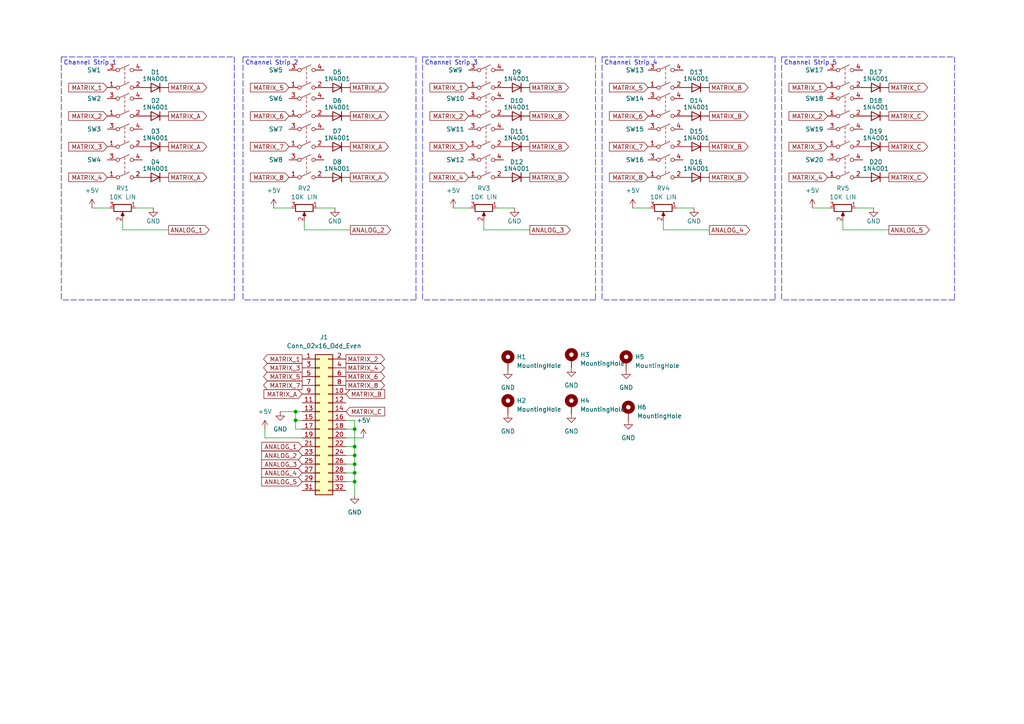
<source format=kicad_sch>
(kicad_sch (version 20211123) (generator eeschema)
  (paper "A4")
  (lib_symbols
    (symbol "Connector_Generic:Conn_02x16_Odd_Even" (pin_names (offset 1.016) hide)
      (property "Reference" "J" (at 1.27 20.32 0))
      (property "Value" "Conn_02x16_Odd_Even" (at 1.27 -22.86 0))
      (symbol "Conn_02x16_Odd_Even_1_1"
        (rectangle (start -1.27 -20.193) (end 0 -20.447) (stroke (width 0.1524)))
        (rectangle (start -1.27 -17.653) (end 0 -17.907) (stroke (width 0.1524)))
        (rectangle (start -1.27 -15.113) (end 0 -15.367) (stroke (width 0.1524)))
        (rectangle (start -1.27 -12.573) (end 0 -12.827) (stroke (width 0.1524)))
        (rectangle (start -1.27 -10.033) (end 0 -10.287) (stroke (width 0.1524)))
        (rectangle (start -1.27 -7.493) (end 0 -7.747) (stroke (width 0.1524)))
        (rectangle (start -1.27 -4.953) (end 0 -5.207) (stroke (width 0.1524)))
        (rectangle (start -1.27 -2.413) (end 0 -2.667) (stroke (width 0.1524)))
        (rectangle (start -1.27 0.127) (end 0 -0.127) (stroke (width 0.1524)))
        (rectangle (start -1.27 2.667) (end 0 2.413) (stroke (width 0.1524)))
        (rectangle (start -1.27 5.207) (end 0 4.953) (stroke (width 0.1524)))
        (rectangle (start -1.27 7.747) (end 0 7.493) (stroke (width 0.1524)))
        (rectangle (start -1.27 10.287) (end 0 10.033) (stroke (width 0.1524)))
        (rectangle (start -1.27 12.827) (end 0 12.573) (stroke (width 0.1524)))
        (rectangle (start -1.27 15.367) (end 0 15.113) (stroke (width 0.1524)))
        (rectangle (start -1.27 17.907) (end 0 17.653) (stroke (width 0.1524)))
        (rectangle (start -1.27 19.05) (end 3.81 -21.59) (stroke (width 0.254)) (fill (type background)))
        (rectangle (start 3.81 -20.193) (end 2.54 -20.447) (stroke (width 0.1524)))
        (rectangle (start 3.81 -17.653) (end 2.54 -17.907) (stroke (width 0.1524)))
        (rectangle (start 3.81 -15.113) (end 2.54 -15.367) (stroke (width 0.1524)))
        (rectangle (start 3.81 -12.573) (end 2.54 -12.827) (stroke (width 0.1524)))
        (rectangle (start 3.81 -10.033) (end 2.54 -10.287) (stroke (width 0.1524)))
        (rectangle (start 3.81 -7.493) (end 2.54 -7.747) (stroke (width 0.1524)))
        (rectangle (start 3.81 -4.953) (end 2.54 -5.207) (stroke (width 0.1524)))
        (rectangle (start 3.81 -2.413) (end 2.54 -2.667) (stroke (width 0.1524)))
        (rectangle (start 3.81 0.127) (end 2.54 -0.127) (stroke (width 0.1524)))
        (rectangle (start 3.81 2.667) (end 2.54 2.413) (stroke (width 0.1524)))
        (rectangle (start 3.81 5.207) (end 2.54 4.953) (stroke (width 0.1524)))
        (rectangle (start 3.81 7.747) (end 2.54 7.493) (stroke (width 0.1524)))
        (rectangle (start 3.81 10.287) (end 2.54 10.033) (stroke (width 0.1524)))
        (rectangle (start 3.81 12.827) (end 2.54 12.573) (stroke (width 0.1524)))
        (rectangle (start 3.81 15.367) (end 2.54 15.113) (stroke (width 0.1524)))
        (rectangle (start 3.81 17.907) (end 2.54 17.653) (stroke (width 0.1524)))
        (pin passive line (at -5.08 17.78 0) (length 3.81) (name "Pin_1") (number "1"))
        (pin passive line (at 7.62 7.62 180) (length 3.81) (name "Pin_10") (number "10"))
        (pin passive line (at -5.08 5.08 0) (length 3.81) (name "Pin_11") (number "11"))
        (pin passive line (at 7.62 5.08 180) (length 3.81) (name "Pin_12") (number "12"))
        (pin passive line (at -5.08 2.54 0) (length 3.81) (name "Pin_13") (number "13"))
        (pin passive line (at 7.62 2.54 180) (length 3.81) (name "Pin_14") (number "14"))
        (pin passive line (at -5.08 0 0) (length 3.81) (name "Pin_15") (number "15"))
        (pin passive line (at 7.62 0 180) (length 3.81) (name "Pin_16") (number "16"))
        (pin passive line (at -5.08 -2.54 0) (length 3.81) (name "Pin_17") (number "17"))
        (pin passive line (at 7.62 -2.54 180) (length 3.81) (name "Pin_18") (number "18"))
        (pin passive line (at -5.08 -5.08 0) (length 3.81) (name "Pin_19") (number "19"))
        (pin passive line (at 7.62 17.78 180) (length 3.81) (name "Pin_2") (number "2"))
        (pin passive line (at 7.62 -5.08 180) (length 3.81) (name "Pin_20") (number "20"))
        (pin passive line (at -5.08 -7.62 0) (length 3.81) (name "Pin_21") (number "21"))
        (pin passive line (at 7.62 -7.62 180) (length 3.81) (name "Pin_22") (number "22"))
        (pin passive line (at -5.08 -10.16 0) (length 3.81) (name "Pin_23") (number "23"))
        (pin passive line (at 7.62 -10.16 180) (length 3.81) (name "Pin_24") (number "24"))
        (pin passive line (at -5.08 -12.7 0) (length 3.81) (name "Pin_25") (number "25"))
        (pin passive line (at 7.62 -12.7 180) (length 3.81) (name "Pin_26") (number "26"))
        (pin passive line (at -5.08 -15.24 0) (length 3.81) (name "Pin_27") (number "27"))
        (pin passive line (at 7.62 -15.24 180) (length 3.81) (name "Pin_28") (number "28"))
        (pin passive line (at -5.08 -17.78 0) (length 3.81) (name "Pin_29") (number "29"))
        (pin passive line (at -5.08 15.24 0) (length 3.81) (name "Pin_3") (number "3"))
        (pin passive line (at 7.62 -17.78 180) (length 3.81) (name "Pin_30") (number "30"))
        (pin passive line (at -5.08 -20.32 0) (length 3.81) (name "Pin_31") (number "31"))
        (pin passive line (at 7.62 -20.32 180) (length 3.81) (name "Pin_32") (number "32"))
        (pin passive line (at 7.62 15.24 180) (length 3.81) (name "Pin_4") (number "4"))
        (pin passive line (at -5.08 12.7 0) (length 3.81) (name "Pin_5") (number "5"))
        (pin passive line (at 7.62 12.7 180) (length 3.81) (name "Pin_6") (number "6"))
        (pin passive line (at -5.08 10.16 0) (length 3.81) (name "Pin_7") (number "7"))
        (pin passive line (at 7.62 10.16 180) (length 3.81) (name "Pin_8") (number "8"))
        (pin passive line (at -5.08 7.62 0) (length 3.81) (name "Pin_9") (number "9"))
      )
    )
    (symbol "Device:R_Potentiometer" (pin_names (offset 1.016) hide)
      (property "Reference" "RV" (at -4.445 0 90))
      (property "Value" "R_Potentiometer" (at -2.54 0 90))
      (symbol "R_Potentiometer_0_1"
        (polyline (pts (xy 2.54 0) (xy 1.524 0)))
        (polyline (pts (xy 1.143 0) (xy 2.286 0.508) (xy 2.286 -0.508) (xy 1.143 0)) (fill (type outline)))
        (rectangle (start 1.016 2.54) (end -1.016 -2.54) (stroke (width 0.254)))
      )
      (symbol "R_Potentiometer_1_1"
        (pin passive line (at 0 3.81 270) (length 1.27) (name "1") (number "1"))
        (pin passive line (at 3.81 0 180) (length 1.27) (name "2") (number "2"))
        (pin passive line (at 0 -3.81 90) (length 1.27) (name "3") (number "3"))
      )
    )
    (symbol "Diode:1N4001" (pin_numbers hide) (pin_names (offset 1.016) hide)
      (property "Reference" "D" (at 0 2.54 0))
      (property "Value" "1N4001" (at 0 -2.54 0))
      (symbol "1N4001_0_1"
        (polyline (pts (xy -1.27 1.27) (xy -1.27 -1.27)) (stroke (width 0.254)))
        (polyline (pts (xy 1.27 0) (xy -1.27 0)))
        (polyline (pts (xy 1.27 1.27) (xy 1.27 -1.27) (xy -1.27 0) (xy 1.27 1.27)) (stroke (width 0.254)))
      )
      (symbol "1N4001_1_1"
        (pin passive line (at -3.81 0 0) (length 2.54) (name "K") (number "1"))
        (pin passive line (at 3.81 0 180) (length 2.54) (name "A") (number "2"))
      )
    )
    (symbol "Mechanical:MountingHole_Pad" (pin_numbers hide) (pin_names (offset 1.016) hide)
      (property "Reference" "H" (at 0 6.35 0))
      (property "Value" "MountingHole_Pad" (at 0 4.445 0))
      (symbol "MountingHole_Pad_0_1"
        (circle (center 0 1.27) (radius 1.27) (stroke (width 1.27)))
      )
      (symbol "MountingHole_Pad_1_1"
        (pin input line (at 0 -2.54 90) (length 2.54) (name "1") (number "1"))
      )
    )
    (symbol "Z8C rev3-cache:Switch_SW_DPST" (pin_names (offset 0) hide)
      (property "Reference" "SW" (at 0 5.08 0))
      (property "Value" "Switch_SW_DPST" (at 0 -5.08 0))
      (symbol "Switch_SW_DPST_0_0"
        (circle (center -2.032 -2.54) (radius 0.508))
        (circle (center -2.032 2.54) (radius 0.508))
        (polyline (pts (xy -1.524 -2.286) (xy 1.27 -1.016)))
        (polyline (pts (xy -1.524 2.794) (xy 1.27 4.064)))
        (polyline (pts (xy 0 -1.27) (xy 0 -0.635)))
        (polyline (pts (xy 0 0) (xy 0 0.635)))
        (polyline (pts (xy 0 1.27) (xy 0 1.905)))
        (polyline (pts (xy 0 2.54) (xy 0 3.175)))
        (circle (center 2.032 -2.54) (radius 0.508))
        (circle (center 2.032 2.54) (radius 0.508))
      )
      (symbol "Switch_SW_DPST_1_1"
        (pin passive line (at -5.08 -2.54 0) (length 2.54) (name "1") (number "1"))
        (pin passive line (at 5.08 -2.54 180) (length 2.54) (name "2") (number "2"))
        (pin passive line (at -5.08 2.54 0) (length 2.54) (name "3") (number "3"))
        (pin passive line (at 5.08 2.54 180) (length 2.54) (name "4") (number "4"))
      )
    )
    (symbol "power:+5V" (power) (pin_names (offset 0))
      (property "Value" "+5V" (at 0 3.556 0))
      (symbol "+5V_0_1"
        (polyline (pts (xy -0.762 1.27) (xy 0 2.54)))
        (polyline (pts (xy 0 0) (xy 0 2.54)))
        (polyline (pts (xy 0 2.54) (xy 0.762 1.27)))
      )
      (symbol "+5V_1_1"
        (pin power_in line (at 0 0 90) (length 0) hide (name "+5V") (number "1"))
      )
    )
    (symbol "power:GND" (power) (pin_names (offset 0))
      (property "Value" "GND" (at 0 -3.81 0))
      (symbol "GND_0_1"
        (polyline (pts (xy 0 0) (xy 0 -1.27) (xy 1.27 -1.27) (xy 0 -2.54) (xy -1.27 -1.27) (xy 0 -1.27)))
      )
      (symbol "GND_1_1"
        (pin power_in line (at 0 0 270) (length 0) hide (name "GND") (number "1"))
      )
    )
  )
  (junction (at 102.87 139.7))
  (junction (at 102.87 129.54))
  (junction (at 102.87 124.46))
  (junction (at 85.725 121.92))
  (junction (at 102.87 132.08))
  (junction (at 85.725 119.38))
  (junction (at 102.87 134.62))
  (junction (at 102.87 137.16))
  (wire (pts (xy 88.265 66.675) (xy 88.265 64.135)))
  (polyline (pts (xy 17.78 16.51) (xy 67.945 16.51)))
  (polyline (pts (xy 67.945 86.995) (xy 17.78 86.995)))
  (wire (pts (xy 102.87 137.16) (xy 102.87 139.7)))
  (wire (pts (xy 35.56 66.675) (xy 35.56 64.135)))
  (wire (pts (xy 235.585 60.325) (xy 240.665 60.325)))
  (polyline (pts (xy 172.72 86.995) (xy 122.555 86.995)))
  (wire (pts (xy 253.365 60.325) (xy 248.285 60.325)))
  (polyline (pts (xy 70.485 16.51) (xy 120.65 16.51)))
  (wire (pts (xy 76.835 127) (xy 76.835 124.46)))
  (wire (pts (xy 102.87 129.54) (xy 102.87 124.46)))
  (wire (pts (xy 131.445 60.325) (xy 136.525 60.325)))
  (polyline (pts (xy 224.79 16.51) (xy 224.79 86.995)))
  (wire (pts (xy 85.725 124.46) (xy 85.725 121.92)))
  (polyline (pts (xy 120.65 16.51) (xy 120.65 86.995)))
  (polyline (pts (xy 172.72 16.51) (xy 172.72 86.995)))
  (polyline (pts (xy 224.79 86.995) (xy 174.625 86.995)))
  (wire (pts (xy 87.63 124.46) (xy 85.725 124.46)))
  (wire (pts (xy 87.63 119.38) (xy 85.725 119.38)))
  (wire (pts (xy 102.87 132.08) (xy 102.87 134.62)))
  (polyline (pts (xy 122.555 16.51) (xy 122.555 86.995)))
  (wire (pts (xy 192.405 66.675) (xy 192.405 64.135)))
  (polyline (pts (xy 17.78 16.51) (xy 17.78 86.995)))
  (polyline (pts (xy 276.86 86.995) (xy 226.695 86.995)))
  (polyline (pts (xy 276.86 16.51) (xy 276.86 86.995)))
  (polyline (pts (xy 226.695 16.51) (xy 276.86 16.51)))
  (wire (pts (xy 97.155 60.325) (xy 92.075 60.325)))
  (wire (pts (xy 102.87 129.54) (xy 102.87 132.08)))
  (wire (pts (xy 102.87 124.46) (xy 102.87 121.92)))
  (wire (pts (xy 257.81 66.675) (xy 244.475 66.675)))
  (wire (pts (xy 100.33 139.7) (xy 102.87 139.7)))
  (wire (pts (xy 44.45 60.325) (xy 39.37 60.325)))
  (wire (pts (xy 48.895 66.675) (xy 35.56 66.675)))
  (wire (pts (xy 140.335 66.675) (xy 140.335 64.135)))
  (wire (pts (xy 101.6 66.675) (xy 88.265 66.675)))
  (wire (pts (xy 100.33 124.46) (xy 102.87 124.46)))
  (wire (pts (xy 149.225 60.325) (xy 144.145 60.325)))
  (wire (pts (xy 100.33 127) (xy 105.41 127)))
  (polyline (pts (xy 67.945 16.51) (xy 67.945 86.995)))
  (wire (pts (xy 100.33 121.92) (xy 102.87 121.92)))
  (polyline (pts (xy 70.485 16.51) (xy 70.485 86.995)))
  (wire (pts (xy 153.67 66.675) (xy 140.335 66.675)))
  (wire (pts (xy 79.375 60.325) (xy 84.455 60.325)))
  (wire (pts (xy 87.63 127) (xy 76.835 127)))
  (wire (pts (xy 244.475 66.675) (xy 244.475 64.135)))
  (polyline (pts (xy 226.695 16.51) (xy 226.695 86.995)))
  (wire (pts (xy 100.33 134.62) (xy 102.87 134.62)))
  (polyline (pts (xy 174.625 16.51) (xy 224.79 16.51)))
  (wire (pts (xy 183.515 60.325) (xy 188.595 60.325)))
  (wire (pts (xy 102.87 134.62) (xy 102.87 137.16)))
  (wire (pts (xy 85.725 121.92) (xy 85.725 119.38)))
  (wire (pts (xy 100.33 129.54) (xy 102.87 129.54)))
  (wire (pts (xy 87.63 121.92) (xy 85.725 121.92)))
  (wire (pts (xy 26.67 60.325) (xy 31.75 60.325)))
  (wire (pts (xy 102.87 139.7) (xy 102.87 143.51)))
  (wire (pts (xy 100.33 137.16) (xy 102.87 137.16)))
  (wire (pts (xy 85.725 119.38) (xy 81.28 119.38)))
  (polyline (pts (xy 120.65 86.995) (xy 70.485 86.995)))
  (wire (pts (xy 205.74 66.675) (xy 192.405 66.675)))
  (polyline (pts (xy 122.555 16.51) (xy 172.72 16.51)))
  (wire (pts (xy 100.33 132.08) (xy 102.87 132.08)))
  (polyline (pts (xy 174.625 16.51) (xy 174.625 86.995)))
  (wire (pts (xy 201.295 60.325) (xy 196.215 60.325)))
  (text "Channel Strip 2\n" (at 71.12 19.05 0) (effects (font (size 1.27 1.27)) (justify left bottom)))
  (text "Channel Strip 3\n" (at 123.19 19.05 0) (effects (font (size 1.27 1.27)) (justify left bottom)))
  (text "Channel Strip 1\n" (at 18.415 19.05 0) (effects (font (size 1.27 1.27)) (justify left bottom)))
  (text "Channel Strip 5\n" (at 227.33 19.05 0) (effects (font (size 1.27 1.27)) (justify left bottom)))
  (text "Channel Strip 4\n" (at 175.26 19.05 0) (effects (font (size 1.27 1.27)) (justify left bottom)))
  (global_label "MATRIX_A" (shape output) (at 48.895 42.545 0) (property "Intersheet References" "${INTERSHEET_REFS}" (effects hide)))
  (global_label "MATRIX_1" (shape input) (at 135.89 25.4 180) (property "Intersheet References" "${INTERSHEET_REFS}" (effects hide)))
  (global_label "ANALOG_5" (shape output) (at 257.81 66.675 0) (property "Intersheet References" "${INTERSHEET_REFS}" (effects hide)))
  (global_label "MATRIX_2" (shape input) (at 135.89 33.655 180) (property "Intersheet References" "${INTERSHEET_REFS}" (effects hide)))
  (global_label "MATRIX_2" (shape input) (at 240.03 33.655 180) (property "Intersheet References" "${INTERSHEET_REFS}" (effects hide)))
  (global_label "MATRIX_C" (shape output) (at 257.81 42.545 0) (property "Intersheet References" "${INTERSHEET_REFS}" (effects hide)))
  (global_label "ANALOG_4" (shape input) (at 87.63 137.16 180) (property "Intersheet References" "${INTERSHEET_REFS}" (effects hide)))
  (global_label "ANALOG_3" (shape output) (at 153.67 66.675 0) (property "Intersheet References" "${INTERSHEET_REFS}" (effects hide)))
  (global_label "MATRIX_C" (shape output) (at 257.81 25.4 0) (property "Intersheet References" "${INTERSHEET_REFS}" (effects hide)))
  (global_label "MATRIX_A" (shape output) (at 48.895 33.655 0) (property "Intersheet References" "${INTERSHEET_REFS}" (effects hide)))
  (global_label "ANALOG_2" (shape input) (at 87.63 132.08 180) (property "Intersheet References" "${INTERSHEET_REFS}" (effects hide)))
  (global_label "MATRIX_2" (shape output) (at 100.33 104.14 0) (property "Intersheet References" "${INTERSHEET_REFS}" (effects hide)))
  (global_label "MATRIX_B" (shape input) (at 100.33 114.3 0) (property "Intersheet References" "${INTERSHEET_REFS}" (effects hide)))
  (global_label "MATRIX_A" (shape output) (at 101.6 51.435 0) (property "Intersheet References" "${INTERSHEET_REFS}" (effects hide)))
  (global_label "MATRIX_5" (shape output) (at 87.63 109.22 180) (property "Intersheet References" "${INTERSHEET_REFS}" (effects hide)))
  (global_label "MATRIX_3" (shape input) (at 31.115 42.545 180) (property "Intersheet References" "${INTERSHEET_REFS}" (effects hide)))
  (global_label "MATRIX_3" (shape output) (at 87.63 106.68 180) (property "Intersheet References" "${INTERSHEET_REFS}" (effects hide)))
  (global_label "ANALOG_5" (shape input) (at 87.63 139.7 180) (property "Intersheet References" "${INTERSHEET_REFS}" (effects hide)))
  (global_label "MATRIX_B" (shape output) (at 153.67 25.4 0) (property "Intersheet References" "${INTERSHEET_REFS}" (effects hide)))
  (global_label "MATRIX_6" (shape input) (at 83.82 33.655 180) (property "Intersheet References" "${INTERSHEET_REFS}" (effects hide)))
  (global_label "MATRIX_A" (shape output) (at 101.6 33.655 0) (property "Intersheet References" "${INTERSHEET_REFS}" (effects hide)))
  (global_label "MATRIX_A" (shape output) (at 48.895 25.4 0) (property "Intersheet References" "${INTERSHEET_REFS}" (effects hide)))
  (global_label "MATRIX_C" (shape output) (at 257.81 51.435 0) (property "Intersheet References" "${INTERSHEET_REFS}" (effects hide)))
  (global_label "MATRIX_A" (shape output) (at 101.6 25.4 0) (property "Intersheet References" "${INTERSHEET_REFS}" (effects hide)))
  (global_label "MATRIX_8" (shape input) (at 83.82 51.435 180) (property "Intersheet References" "${INTERSHEET_REFS}" (effects hide)))
  (global_label "MATRIX_7" (shape output) (at 87.63 111.76 180) (property "Intersheet References" "${INTERSHEET_REFS}" (effects hide)))
  (global_label "MATRIX_8" (shape input) (at 187.96 51.435 180) (property "Intersheet References" "${INTERSHEET_REFS}" (effects hide)))
  (global_label "MATRIX_A" (shape output) (at 48.895 51.435 0) (property "Intersheet References" "${INTERSHEET_REFS}" (effects hide)))
  (global_label "ANALOG_1" (shape input) (at 87.63 129.54 180) (property "Intersheet References" "${INTERSHEET_REFS}" (effects hide)))
  (global_label "MATRIX_B" (shape output) (at 205.74 51.435 0) (property "Intersheet References" "${INTERSHEET_REFS}" (effects hide)))
  (global_label "MATRIX_C" (shape input) (at 100.33 119.38 0) (property "Intersheet References" "${INTERSHEET_REFS}" (effects hide)))
  (global_label "MATRIX_8" (shape output) (at 100.33 111.76 0) (property "Intersheet References" "${INTERSHEET_REFS}" (effects hide)))
  (global_label "MATRIX_1" (shape input) (at 240.03 25.4 180) (property "Intersheet References" "${INTERSHEET_REFS}" (effects hide)))
  (global_label "MATRIX_5" (shape input) (at 83.82 25.4 180) (property "Intersheet References" "${INTERSHEET_REFS}" (effects hide)))
  (global_label "MATRIX_5" (shape input) (at 187.96 25.4 180) (property "Intersheet References" "${INTERSHEET_REFS}" (effects hide)))
  (global_label "MATRIX_3" (shape input) (at 240.03 42.545 180) (property "Intersheet References" "${INTERSHEET_REFS}" (effects hide)))
  (global_label "MATRIX_4" (shape input) (at 240.03 51.435 180) (property "Intersheet References" "${INTERSHEET_REFS}" (effects hide)))
  (global_label "MATRIX_1" (shape input) (at 31.115 25.4 180) (property "Intersheet References" "${INTERSHEET_REFS}" (effects hide)))
  (global_label "MATRIX_4" (shape output) (at 100.33 106.68 0) (property "Intersheet References" "${INTERSHEET_REFS}" (effects hide)))
  (global_label "MATRIX_6" (shape input) (at 187.96 33.655 180) (property "Intersheet References" "${INTERSHEET_REFS}" (effects hide)))
  (global_label "MATRIX_6" (shape output) (at 100.33 109.22 0) (property "Intersheet References" "${INTERSHEET_REFS}" (effects hide)))
  (global_label "MATRIX_A" (shape input) (at 87.63 114.3 180) (property "Intersheet References" "${INTERSHEET_REFS}" (effects hide)))
  (global_label "ANALOG_3" (shape input) (at 87.63 134.62 180) (property "Intersheet References" "${INTERSHEET_REFS}" (effects hide)))
  (global_label "MATRIX_B" (shape output) (at 205.74 25.4 0) (property "Intersheet References" "${INTERSHEET_REFS}" (effects hide)))
  (global_label "MATRIX_7" (shape input) (at 187.96 42.545 180) (property "Intersheet References" "${INTERSHEET_REFS}" (effects hide)))
  (global_label "MATRIX_4" (shape input) (at 31.115 51.435 180) (property "Intersheet References" "${INTERSHEET_REFS}" (effects hide)))
  (global_label "MATRIX_A" (shape output) (at 101.6 42.545 0) (property "Intersheet References" "${INTERSHEET_REFS}" (effects hide)))
  (global_label "MATRIX_B" (shape output) (at 153.67 33.655 0) (property "Intersheet References" "${INTERSHEET_REFS}" (effects hide)))
  (global_label "MATRIX_1" (shape output) (at 87.63 104.14 180) (property "Intersheet References" "${INTERSHEET_REFS}" (effects hide)))
  (global_label "ANALOG_1" (shape output) (at 48.895 66.675 0) (property "Intersheet References" "${INTERSHEET_REFS}" (effects hide)))
  (global_label "MATRIX_B" (shape output) (at 205.74 42.545 0) (property "Intersheet References" "${INTERSHEET_REFS}" (effects hide)))
  (global_label "MATRIX_4" (shape input) (at 135.89 51.435 180) (property "Intersheet References" "${INTERSHEET_REFS}" (effects hide)))
  (global_label "MATRIX_2" (shape input) (at 31.115 33.655 180) (property "Intersheet References" "${INTERSHEET_REFS}" (effects hide)))
  (global_label "ANALOG_4" (shape output) (at 205.74 66.675 0) (property "Intersheet References" "${INTERSHEET_REFS}" (effects hide)))
  (global_label "MATRIX_3" (shape input) (at 135.89 42.545 180) (property "Intersheet References" "${INTERSHEET_REFS}" (effects hide)))
  (global_label "ANALOG_2" (shape output) (at 101.6 66.675 0) (property "Intersheet References" "${INTERSHEET_REFS}" (effects hide)))
  (global_label "MATRIX_7" (shape input) (at 83.82 42.545 180) (property "Intersheet References" "${INTERSHEET_REFS}" (effects hide)))
  (global_label "MATRIX_C" (shape output) (at 257.81 33.655 0) (property "Intersheet References" "${INTERSHEET_REFS}" (effects hide)))
  (global_label "MATRIX_B" (shape output) (at 205.74 33.655 0) (property "Intersheet References" "${INTERSHEET_REFS}" (effects hide)))
  (global_label "MATRIX_B" (shape output) (at 153.67 51.435 0) (property "Intersheet References" "${INTERSHEET_REFS}" (effects hide)))
  (global_label "MATRIX_B" (shape output) (at 153.67 42.545 0) (property "Intersheet References" "${INTERSHEET_REFS}" (effects hide)))
  (symbol (lib_id "Device:R_Potentiometer") (at 192.405 60.325 270) (unit 1)
    (property "Reference" "RV4" (at 192.405 54.61 90))
    (property "Value" "10K LIN" (at 192.405 57.15 90))
    (property "Footprint" "w_conn_av:RS60N12-LIN10K" (effects hide))
  )
  (symbol (lib_id "Z8C rev3-cache:Switch_SW_DPST") (at 36.195 48.895 0) (unit 1)
    (property "Reference" "SW4" (at 27.305 46.355 0))
    (property "Value" "Switch_SW_DPST" (effects hide))
    (property "Footprint" "cherrymx:SW_Cherry_MX_PCB_1.00u" (effects hide))
  )
  (symbol (lib_id "Diode:1N4001") (at 97.79 25.4 180) (unit 1)
    (property "Reference" "D5" (at 97.79 20.955 0))
    (property "Value" "1N4001" (at 97.79 22.86 0))
    (property "Footprint" "Diode_THT:D_DO-41_SOD81_P10.16mm_Horizontal" (effects hide))
    (property "Datasheet" "http://www.vishay.com/docs/88503/1n4001.pdf" (effects hide))
  )
  (symbol (lib_id "Diode:1N4001") (at 97.79 51.435 180) (unit 1)
    (property "Reference" "D8" (at 97.79 46.99 0))
    (property "Value" "1N4001" (at 97.79 48.895 0))
    (property "Footprint" "Diode_THT:D_DO-41_SOD81_P10.16mm_Horizontal" (effects hide))
    (property "Datasheet" "http://www.vishay.com/docs/88503/1n4001.pdf" (effects hide))
  )
  (symbol (lib_id "Diode:1N4001") (at 254 25.4 180) (unit 1)
    (property "Reference" "D17" (at 254 20.955 0))
    (property "Value" "1N4001" (at 254 22.86 0))
    (property "Footprint" "Diode_THT:D_DO-41_SOD81_P10.16mm_Horizontal" (effects hide))
    (property "Datasheet" "http://www.vishay.com/docs/88503/1n4001.pdf" (effects hide))
  )
  (symbol (lib_id "Mechanical:MountingHole_Pad") (at 165.735 117.475 0) (unit 1)
    (property "Reference" "H4" (at 168.275 116.2049 0) (effects (justify left)))
    (property "Value" "MountingHole" (at 168.275 118.7449 0) (effects (justify left)))
    (property "Footprint" "MountingHole:MountingHole_3.2mm_M3_DIN965_Pad" (effects hide))
  )
  (symbol (lib_id "Mechanical:MountingHole_Pad") (at 147.32 117.475 0) (unit 1)
    (property "Reference" "H2" (at 149.86 116.2049 0) (effects (justify left)))
    (property "Value" "MountingHole" (at 149.86 118.7449 0) (effects (justify left)))
    (property "Footprint" "MountingHole:MountingHole_3.2mm_M3_DIN965_Pad" (effects hide))
  )
  (symbol (lib_id "Device:R_Potentiometer") (at 35.56 60.325 270) (unit 1)
    (property "Reference" "RV1" (at 35.56 54.61 90))
    (property "Value" "10K LIN" (at 35.56 57.15 90))
    (property "Footprint" "w_conn_av:RS60N12-LIN10K" (effects hide))
  )
  (symbol (lib_id "Z8C rev3-cache:Switch_SW_DPST") (at 140.97 40.005 0) (unit 1)
    (property "Reference" "SW11" (at 132.08 37.465 0))
    (property "Value" "Switch_SW_DPST" (effects hide))
    (property "Footprint" "cherrymx:SW_Cherry_MX_PCB_1.00u" (effects hide))
  )
  (symbol (lib_id "power:GND") (at 97.155 60.325 0) (unit 1)
    (property "Reference" "#PWR06" (effects hide))
    (property "Value" "GND" (at 97.155 64.135 0))
  )
  (symbol (lib_id "Diode:1N4001") (at 97.79 42.545 180) (unit 1)
    (property "Reference" "D7" (at 97.79 38.1 0))
    (property "Value" "1N4001" (at 97.79 40.005 0))
    (property "Footprint" "Diode_THT:D_DO-41_SOD81_P10.16mm_Horizontal" (effects hide))
    (property "Datasheet" "http://www.vishay.com/docs/88503/1n4001.pdf" (effects hide))
  )
  (symbol (lib_id "power:+5V") (at 105.41 127 0) (unit 1)
    (property "Reference" "#PWR08" (effects hide))
    (property "Value" "+5V" (at 105.41 121.92 0))
  )
  (symbol (lib_id "power:GND") (at 165.735 120.015 0) (mirror y) (unit 1)
    (property "Reference" "#PWR014" (effects hide))
    (property "Value" "GND" (at 165.735 125.095 0))
  )
  (symbol (lib_id "Z8C rev3-cache:Switch_SW_DPST") (at 88.9 40.005 0) (unit 1)
    (property "Reference" "SW7" (at 80.01 37.465 0))
    (property "Value" "Switch_SW_DPST" (effects hide))
    (property "Footprint" "cherrymx:SW_Cherry_MX_PCB_1.00u" (effects hide))
  )
  (symbol (lib_id "power:GND") (at 253.365 60.325 0) (unit 1)
    (property "Reference" "#PWR020" (effects hide))
    (property "Value" "GND" (at 253.365 64.135 0))
  )
  (symbol (lib_id "Diode:1N4001") (at 45.085 25.4 180) (unit 1)
    (property "Reference" "D1" (at 45.085 20.955 0))
    (property "Value" "1N4001" (at 45.085 22.86 0))
    (property "Footprint" "Diode_THT:D_DO-41_SOD81_P10.16mm_Horizontal" (effects hide))
    (property "Datasheet" "http://www.vishay.com/docs/88503/1n4001.pdf" (effects hide))
  )
  (symbol (lib_id "power:GND") (at 165.735 106.68 0) (mirror y) (unit 1)
    (property "Reference" "#PWR013" (effects hide))
    (property "Value" "GND" (at 165.735 111.76 0))
  )
  (symbol (lib_id "power:+5V") (at 131.445 60.325 0) (unit 1)
    (property "Reference" "#PWR09" (effects hide))
    (property "Value" "+5V" (at 131.445 55.245 0))
  )
  (symbol (lib_id "power:+5V") (at 26.67 60.325 0) (unit 1)
    (property "Reference" "#PWR01" (effects hide))
    (property "Value" "+5V" (at 26.67 55.245 0))
  )
  (symbol (lib_id "Diode:1N4001") (at 45.085 42.545 180) (unit 1)
    (property "Reference" "D3" (at 45.085 38.1 0))
    (property "Value" "1N4001" (at 45.085 40.005 0))
    (property "Footprint" "Diode_THT:D_DO-41_SOD81_P10.16mm_Horizontal" (effects hide))
    (property "Datasheet" "http://www.vishay.com/docs/88503/1n4001.pdf" (effects hide))
  )
  (symbol (lib_id "power:GND") (at 81.28 119.38 0) (mirror y) (unit 1)
    (property "Reference" "#PWR05" (effects hide))
    (property "Value" "GND" (at 81.28 124.46 0))
  )
  (symbol (lib_id "Z8C rev3-cache:Switch_SW_DPST") (at 245.11 22.86 0) (unit 1)
    (property "Reference" "SW17" (at 236.22 20.32 0))
    (property "Value" "Switch_SW_DPST" (effects hide))
    (property "Footprint" "cherrymx:SW_Cherry_MX_PCB_1.00u" (effects hide))
  )
  (symbol (lib_id "Device:R_Potentiometer") (at 244.475 60.325 270) (unit 1)
    (property "Reference" "RV5" (at 244.475 54.61 90))
    (property "Value" "10K LIN" (at 244.475 57.15 90))
    (property "Footprint" "w_conn_av:RS60N12-LIN10K" (effects hide))
  )
  (symbol (lib_id "Z8C rev3-cache:Switch_SW_DPST") (at 88.9 22.86 0) (unit 1)
    (property "Reference" "SW5" (at 80.01 20.32 0))
    (property "Value" "Switch_SW_DPST" (effects hide))
    (property "Footprint" "cherrymx:SW_Cherry_MX_PCB_1.00u" (effects hide))
  )
  (symbol (lib_id "power:GND") (at 147.32 120.015 0) (mirror y) (unit 1)
    (property "Reference" "#PWR011" (effects hide))
    (property "Value" "GND" (at 147.32 125.095 0))
  )
  (symbol (lib_id "power:+5V") (at 76.835 124.46 0) (mirror y) (unit 1)
    (property "Reference" "#PWR03" (effects hide))
    (property "Value" "+5V" (at 76.835 119.38 0))
  )
  (symbol (lib_id "power:GND") (at 149.225 60.325 0) (unit 1)
    (property "Reference" "#PWR012" (effects hide))
    (property "Value" "GND" (at 149.225 64.135 0))
  )
  (symbol (lib_id "Z8C rev3-cache:Switch_SW_DPST") (at 140.97 22.86 0) (unit 1)
    (property "Reference" "SW9" (at 132.08 20.32 0))
    (property "Value" "Switch_SW_DPST" (effects hide))
    (property "Footprint" "cherrymx:SW_Cherry_MX_PCB_1.00u" (effects hide))
  )
  (symbol (lib_id "Diode:1N4001") (at 201.93 33.655 180) (unit 1)
    (property "Reference" "D14" (at 201.93 29.21 0))
    (property "Value" "1N4001" (at 201.93 31.115 0))
    (property "Footprint" "Diode_THT:D_DO-41_SOD81_P10.16mm_Horizontal" (effects hide))
    (property "Datasheet" "http://www.vishay.com/docs/88503/1n4001.pdf" (effects hide))
  )
  (symbol (lib_id "power:GND") (at 147.32 107.315 0) (mirror y) (unit 1)
    (property "Reference" "#PWR010" (effects hide))
    (property "Value" "GND" (at 147.32 112.395 0))
  )
  (symbol (lib_id "Z8C rev3-cache:Switch_SW_DPST") (at 36.195 31.115 0) (unit 1)
    (property "Reference" "SW2" (at 27.305 28.575 0))
    (property "Value" "Switch_SW_DPST" (effects hide))
    (property "Footprint" "cherrymx:SW_Cherry_MX_PCB_1.00u" (effects hide))
  )
  (symbol (lib_id "power:GND") (at 201.295 60.325 0) (unit 1)
    (property "Reference" "#PWR018" (effects hide))
    (property "Value" "GND" (at 201.295 64.135 0))
  )
  (symbol (lib_id "Diode:1N4001") (at 201.93 42.545 180) (unit 1)
    (property "Reference" "D15" (at 201.93 38.1 0))
    (property "Value" "1N4001" (at 201.93 40.005 0))
    (property "Footprint" "Diode_THT:D_DO-41_SOD81_P10.16mm_Horizontal" (effects hide))
    (property "Datasheet" "http://www.vishay.com/docs/88503/1n4001.pdf" (effects hide))
  )
  (symbol (lib_id "Diode:1N4001") (at 201.93 51.435 180) (unit 1)
    (property "Reference" "D16" (at 201.93 46.99 0))
    (property "Value" "1N4001" (at 201.93 48.895 0))
    (property "Footprint" "Diode_THT:D_DO-41_SOD81_P10.16mm_Horizontal" (effects hide))
    (property "Datasheet" "http://www.vishay.com/docs/88503/1n4001.pdf" (effects hide))
  )
  (symbol (lib_id "power:+5V") (at 79.375 60.325 0) (unit 1)
    (property "Reference" "#PWR04" (effects hide))
    (property "Value" "+5V" (at 79.375 55.245 0))
  )
  (symbol (lib_id "Diode:1N4001") (at 254 42.545 180) (unit 1)
    (property "Reference" "D19" (at 254 38.1 0))
    (property "Value" "1N4001" (at 254 40.005 0))
    (property "Footprint" "Diode_THT:D_DO-41_SOD81_P10.16mm_Horizontal" (effects hide))
    (property "Datasheet" "http://www.vishay.com/docs/88503/1n4001.pdf" (effects hide))
  )
  (symbol (lib_id "Device:R_Potentiometer") (at 88.265 60.325 270) (unit 1)
    (property "Reference" "RV2" (at 88.265 54.61 90))
    (property "Value" "10K LIN" (at 88.265 57.15 90))
    (property "Footprint" "w_conn_av:RS60N12-LIN10K" (effects hide))
  )
  (symbol (lib_id "Diode:1N4001") (at 149.86 42.545 180) (unit 1)
    (property "Reference" "D11" (at 149.86 38.1 0))
    (property "Value" "1N4001" (at 149.86 40.005 0))
    (property "Footprint" "Diode_THT:D_DO-41_SOD81_P10.16mm_Horizontal" (effects hide))
    (property "Datasheet" "http://www.vishay.com/docs/88503/1n4001.pdf" (effects hide))
  )
  (symbol (lib_id "Z8C rev3-cache:Switch_SW_DPST") (at 36.195 22.86 0) (unit 1)
    (property "Reference" "SW1" (at 27.305 20.32 0))
    (property "Value" "Switch_SW_DPST" (effects hide))
    (property "Footprint" "cherrymx:SW_Cherry_MX_PCB_1.00u" (effects hide))
  )
  (symbol (lib_id "Z8C rev3-cache:Switch_SW_DPST") (at 193.04 31.115 0) (unit 1)
    (property "Reference" "SW14" (at 184.15 28.575 0))
    (property "Value" "Switch_SW_DPST" (effects hide))
    (property "Footprint" "cherrymx:SW_Cherry_MX_PCB_1.00u" (effects hide))
  )
  (symbol (lib_id "Z8C rev3-cache:Switch_SW_DPST") (at 245.11 31.115 0) (unit 1)
    (property "Reference" "SW18" (at 236.22 28.575 0))
    (property "Value" "Switch_SW_DPST" (effects hide))
    (property "Footprint" "cherrymx:SW_Cherry_MX_PCB_1.00u" (effects hide))
  )
  (symbol (lib_id "power:+5V") (at 235.585 60.325 0) (unit 1)
    (property "Reference" "#PWR019" (effects hide))
    (property "Value" "+5V" (at 235.585 55.245 0))
  )
  (symbol (lib_id "Mechanical:MountingHole_Pad") (at 181.61 104.775 0) (unit 1)
    (property "Reference" "H5" (at 184.15 103.5049 0) (effects (justify left)))
    (property "Value" "MountingHole" (at 184.15 106.0449 0) (effects (justify left)))
    (property "Footprint" "MountingHole:MountingHole_3.2mm_M3_DIN965_Pad" (effects hide))
  )
  (symbol (lib_id "Mechanical:MountingHole_Pad") (at 147.32 104.775 0) (unit 1)
    (property "Reference" "H1" (at 149.86 103.5049 0) (effects (justify left)))
    (property "Value" "MountingHole" (at 149.86 106.0449 0) (effects (justify left)))
    (property "Footprint" "MountingHole:MountingHole_3.2mm_M3_DIN965_Pad" (effects hide))
  )
  (symbol (lib_id "Connector_Generic:Conn_02x16_Odd_Even") (at 92.71 121.92 0) (unit 1)
    (property "Reference" "J1" (at 93.98 97.79 0))
    (property "Value" "Conn_02x16_Odd_Even" (at 93.98 100.33 0))
    (property "Footprint" "Connector_IDC:IDC-Header_2x15_P2.54mm_Latch6.5mm_Vertical" (effects hide))
  )
  (symbol (lib_id "Mechanical:MountingHole_Pad") (at 165.735 104.14 0) (unit 1)
    (property "Reference" "H3" (at 168.275 102.8699 0) (effects (justify left)))
    (property "Value" "MountingHole" (at 168.275 105.4099 0) (effects (justify left)))
    (property "Footprint" "MountingHole:MountingHole_3.2mm_M3_DIN965_Pad" (effects hide))
  )
  (symbol (lib_id "power:GND") (at 181.61 107.315 0) (mirror y) (unit 1)
    (property "Reference" "#PWR015" (effects hide))
    (property "Value" "GND" (at 181.61 112.395 0))
  )
  (symbol (lib_id "Z8C rev3-cache:Switch_SW_DPST") (at 36.195 40.005 0) (unit 1)
    (property "Reference" "SW3" (at 27.305 37.465 0))
    (property "Value" "Switch_SW_DPST" (effects hide))
    (property "Footprint" "cherrymx:SW_Cherry_MX_PCB_1.00u" (effects hide))
  )
  (symbol (lib_id "power:GND") (at 102.87 143.51 0) (mirror y) (unit 1)
    (property "Reference" "#PWR07" (effects hide))
    (property "Value" "GND" (at 102.87 148.59 0))
  )
  (symbol (lib_id "Z8C rev3-cache:Switch_SW_DPST") (at 88.9 31.115 0) (unit 1)
    (property "Reference" "SW6" (at 80.01 28.575 0))
    (property "Value" "Switch_SW_DPST" (effects hide))
    (property "Footprint" "cherrymx:SW_Cherry_MX_PCB_1.00u" (effects hide))
  )
  (symbol (lib_id "Diode:1N4001") (at 149.86 33.655 180) (unit 1)
    (property "Reference" "D10" (at 149.86 29.21 0))
    (property "Value" "1N4001" (at 149.86 31.115 0))
    (property "Footprint" "Diode_THT:D_DO-41_SOD81_P10.16mm_Horizontal" (effects hide))
    (property "Datasheet" "http://www.vishay.com/docs/88503/1n4001.pdf" (effects hide))
  )
  (symbol (lib_id "Z8C rev3-cache:Switch_SW_DPST") (at 88.9 48.895 0) (unit 1)
    (property "Reference" "SW8" (at 80.01 46.355 0))
    (property "Value" "Switch_SW_DPST" (effects hide))
    (property "Footprint" "cherrymx:SW_Cherry_MX_PCB_1.00u" (effects hide))
  )
  (symbol (lib_id "Diode:1N4001") (at 201.93 25.4 180) (unit 1)
    (property "Reference" "D13" (at 201.93 20.955 0))
    (property "Value" "1N4001" (at 201.93 22.86 0))
    (property "Footprint" "Diode_THT:D_DO-41_SOD81_P10.16mm_Horizontal" (effects hide))
    (property "Datasheet" "http://www.vishay.com/docs/88503/1n4001.pdf" (effects hide))
  )
  (symbol (lib_id "Diode:1N4001") (at 45.085 51.435 180) (unit 1)
    (property "Reference" "D4" (at 45.085 46.99 0))
    (property "Value" "1N4001" (at 45.085 48.895 0))
    (property "Footprint" "Diode_THT:D_DO-41_SOD81_P10.16mm_Horizontal" (effects hide))
    (property "Datasheet" "http://www.vishay.com/docs/88503/1n4001.pdf" (effects hide))
  )
  (symbol (lib_id "Z8C rev3-cache:Switch_SW_DPST") (at 193.04 22.86 0) (unit 1)
    (property "Reference" "SW13" (at 184.15 20.32 0))
    (property "Value" "Switch_SW_DPST" (effects hide))
    (property "Footprint" "cherrymx:SW_Cherry_MX_PCB_1.00u" (effects hide))
  )
  (symbol (lib_id "Diode:1N4001") (at 149.86 25.4 180) (unit 1)
    (property "Reference" "D9" (at 149.86 20.955 0))
    (property "Value" "1N4001" (at 149.86 22.86 0))
    (property "Footprint" "Diode_THT:D_DO-41_SOD81_P10.16mm_Horizontal" (effects hide))
    (property "Datasheet" "http://www.vishay.com/docs/88503/1n4001.pdf" (effects hide))
  )
  (symbol (lib_id "power:GND") (at 44.45 60.325 0) (unit 1)
    (property "Reference" "#PWR02" (effects hide))
    (property "Value" "GND" (at 44.45 64.135 0))
  )
  (symbol (lib_id "Z8C rev3-cache:Switch_SW_DPST") (at 140.97 31.115 0) (unit 1)
    (property "Reference" "SW10" (at 132.08 28.575 0))
    (property "Value" "Switch_SW_DPST" (effects hide))
    (property "Footprint" "cherrymx:SW_Cherry_MX_PCB_1.00u" (effects hide))
  )
  (symbol (lib_id "Diode:1N4001") (at 254 51.435 180) (unit 1)
    (property "Reference" "D20" (at 254 46.99 0))
    (property "Value" "1N4001" (at 254 48.895 0))
    (property "Footprint" "Diode_THT:D_DO-41_SOD81_P10.16mm_Horizontal" (effects hide))
    (property "Datasheet" "http://www.vishay.com/docs/88503/1n4001.pdf" (effects hide))
  )
  (symbol (lib_id "Diode:1N4001") (at 45.085 33.655 180) (unit 1)
    (property "Reference" "D2" (at 45.085 29.21 0))
    (property "Value" "1N4001" (at 45.085 31.115 0))
    (property "Footprint" "Diode_THT:D_DO-41_SOD81_P10.16mm_Horizontal" (effects hide))
    (property "Datasheet" "http://www.vishay.com/docs/88503/1n4001.pdf" (effects hide))
  )
  (symbol (lib_id "Device:R_Potentiometer") (at 140.335 60.325 270) (unit 1)
    (property "Reference" "RV3" (at 140.335 54.61 90))
    (property "Value" "10K LIN" (at 140.335 57.15 90))
    (property "Footprint" "w_conn_av:RS60N12-LIN10K" (effects hide))
  )
  (symbol (lib_id "Diode:1N4001") (at 254 33.655 180) (unit 1)
    (property "Reference" "D18" (at 254 29.21 0))
    (property "Value" "1N4001" (at 254 31.115 0))
    (property "Footprint" "Diode_THT:D_DO-41_SOD81_P10.16mm_Horizontal" (effects hide))
    (property "Datasheet" "http://www.vishay.com/docs/88503/1n4001.pdf" (effects hide))
  )
  (symbol (lib_id "Mechanical:MountingHole_Pad") (at 182.245 119.38 0) (unit 1)
    (property "Reference" "H6" (at 184.785 118.1099 0) (effects (justify left)))
    (property "Value" "MountingHole" (at 184.785 120.6499 0) (effects (justify left)))
    (property "Footprint" "MountingHole:MountingHole_3.2mm_M3_DIN965_Pad" (effects hide))
  )
  (symbol (lib_id "Z8C rev3-cache:Switch_SW_DPST") (at 245.11 48.895 0) (unit 1)
    (property "Reference" "SW20" (at 236.22 46.355 0))
    (property "Value" "Switch_SW_DPST" (effects hide))
    (property "Footprint" "cherrymx:SW_Cherry_MX_PCB_1.00u" (effects hide))
  )
  (symbol (lib_id "Z8C rev3-cache:Switch_SW_DPST") (at 193.04 40.005 0) (unit 1)
    (property "Reference" "SW15" (at 184.15 37.465 0))
    (property "Value" "Switch_SW_DPST" (effects hide))
    (property "Footprint" "cherrymx:SW_Cherry_MX_PCB_1.00u" (effects hide))
  )
  (symbol (lib_id "Z8C rev3-cache:Switch_SW_DPST") (at 140.97 48.895 0) (unit 1)
    (property "Reference" "SW12" (at 132.08 46.355 0))
    (property "Value" "Switch_SW_DPST" (effects hide))
    (property "Footprint" "cherrymx:SW_Cherry_MX_PCB_1.00u" (effects hide))
  )
  (symbol (lib_id "Diode:1N4001") (at 97.79 33.655 180) (unit 1)
    (property "Reference" "D6" (at 97.79 29.21 0))
    (property "Value" "1N4001" (at 97.79 31.115 0))
    (property "Footprint" "Diode_THT:D_DO-41_SOD81_P10.16mm_Horizontal" (effects hide))
    (property "Datasheet" "http://www.vishay.com/docs/88503/1n4001.pdf" (effects hide))
  )
  (symbol (lib_id "Z8C rev3-cache:Switch_SW_DPST") (at 245.11 40.005 0) (unit 1)
    (property "Reference" "SW19" (at 236.22 37.465 0))
    (property "Value" "Switch_SW_DPST" (effects hide))
    (property "Footprint" "cherrymx:SW_Cherry_MX_PCB_1.00u" (effects hide))
  )
  (symbol (lib_id "power:GND") (at 182.245 121.92 0) (mirror y) (unit 1)
    (property "Reference" "#PWR016" (effects hide))
    (property "Value" "GND" (at 182.245 127 0))
  )
  (symbol (lib_id "Diode:1N4001") (at 149.86 51.435 180) (unit 1)
    (property "Reference" "D12" (at 149.86 46.99 0))
    (property "Value" "1N4001" (at 149.86 48.895 0))
    (property "Footprint" "Diode_THT:D_DO-41_SOD81_P10.16mm_Horizontal" (effects hide))
    (property "Datasheet" "http://www.vishay.com/docs/88503/1n4001.pdf" (effects hide))
  )
  (symbol (lib_id "Z8C rev3-cache:Switch_SW_DPST") (at 193.04 48.895 0) (unit 1)
    (property "Reference" "SW16" (at 184.15 46.355 0))
    (property "Value" "Switch_SW_DPST" (effects hide))
    (property "Footprint" "cherrymx:SW_Cherry_MX_PCB_1.00u" (effects hide))
  )
  (symbol (lib_id "power:+5V") (at 183.515 60.325 0) (unit 1)
    (property "Reference" "#PWR017" (effects hide))
    (property "Value" "+5V" (at 183.515 55.245 0))
  )
)
</source>
